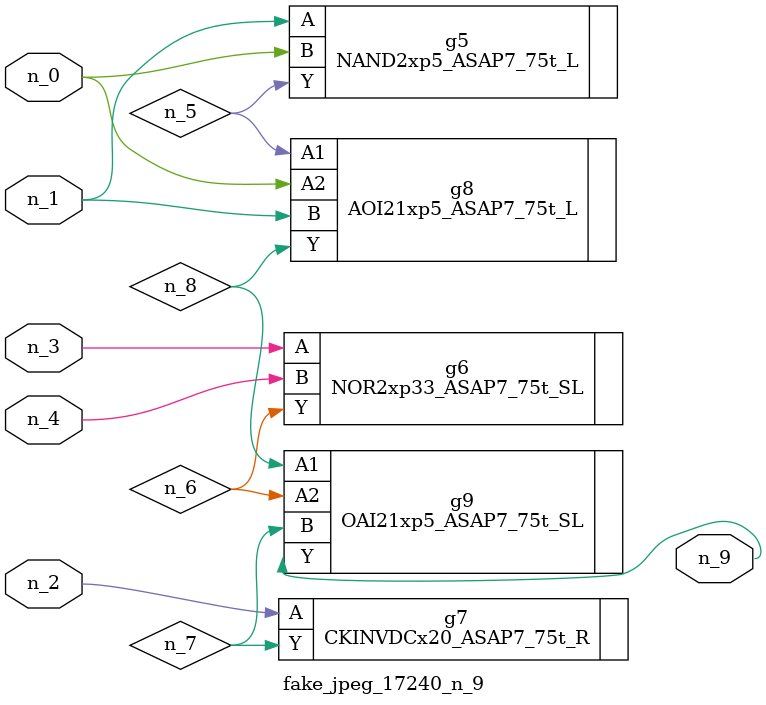
<source format=v>
module fake_jpeg_17240_n_9 (n_3, n_2, n_1, n_0, n_4, n_9);

input n_3;
input n_2;
input n_1;
input n_0;
input n_4;

output n_9;

wire n_8;
wire n_6;
wire n_5;
wire n_7;

NAND2xp5_ASAP7_75t_L g5 ( 
.A(n_1),
.B(n_0),
.Y(n_5)
);

NOR2xp33_ASAP7_75t_SL g6 ( 
.A(n_3),
.B(n_4),
.Y(n_6)
);

CKINVDCx20_ASAP7_75t_R g7 ( 
.A(n_2),
.Y(n_7)
);

AOI21xp5_ASAP7_75t_L g8 ( 
.A1(n_5),
.A2(n_0),
.B(n_1),
.Y(n_8)
);

OAI21xp5_ASAP7_75t_SL g9 ( 
.A1(n_8),
.A2(n_6),
.B(n_7),
.Y(n_9)
);


endmodule
</source>
